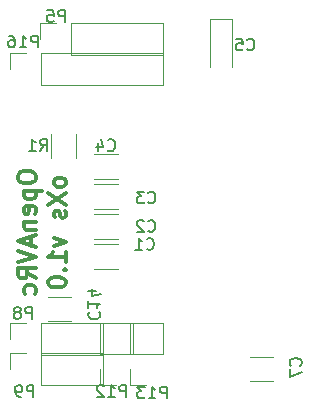
<source format=gbr>
G04 #@! TF.GenerationSoftware,KiCad,Pcbnew,(5.1.5)-3*
G04 #@! TF.CreationDate,2020-06-20T17:54:41+02:00*
G04 #@! TF.ProjectId,openXsensor,6f70656e-5873-4656-9e73-6f722e6b6963,rev?*
G04 #@! TF.SameCoordinates,Original*
G04 #@! TF.FileFunction,Legend,Bot*
G04 #@! TF.FilePolarity,Positive*
%FSLAX46Y46*%
G04 Gerber Fmt 4.6, Leading zero omitted, Abs format (unit mm)*
G04 Created by KiCad (PCBNEW (5.1.5)-3) date 2020-06-20 17:54:41*
%MOMM*%
%LPD*%
G04 APERTURE LIST*
%ADD10C,0.300000*%
%ADD11C,0.120000*%
%ADD12C,0.150000*%
G04 APERTURE END LIST*
D10*
X140270571Y-96651571D02*
X140270571Y-96937285D01*
X140342000Y-97080142D01*
X140484857Y-97223000D01*
X140770571Y-97294428D01*
X141270571Y-97294428D01*
X141556285Y-97223000D01*
X141699142Y-97080142D01*
X141770571Y-96937285D01*
X141770571Y-96651571D01*
X141699142Y-96508714D01*
X141556285Y-96365857D01*
X141270571Y-96294428D01*
X140770571Y-96294428D01*
X140484857Y-96365857D01*
X140342000Y-96508714D01*
X140270571Y-96651571D01*
X140770571Y-97937285D02*
X142270571Y-97937285D01*
X140842000Y-97937285D02*
X140770571Y-98080142D01*
X140770571Y-98365857D01*
X140842000Y-98508714D01*
X140913428Y-98580142D01*
X141056285Y-98651571D01*
X141484857Y-98651571D01*
X141627714Y-98580142D01*
X141699142Y-98508714D01*
X141770571Y-98365857D01*
X141770571Y-98080142D01*
X141699142Y-97937285D01*
X141699142Y-99865857D02*
X141770571Y-99723000D01*
X141770571Y-99437285D01*
X141699142Y-99294428D01*
X141556285Y-99223000D01*
X140984857Y-99223000D01*
X140842000Y-99294428D01*
X140770571Y-99437285D01*
X140770571Y-99723000D01*
X140842000Y-99865857D01*
X140984857Y-99937285D01*
X141127714Y-99937285D01*
X141270571Y-99223000D01*
X140770571Y-100580142D02*
X141770571Y-100580142D01*
X140913428Y-100580142D02*
X140842000Y-100651571D01*
X140770571Y-100794428D01*
X140770571Y-101008714D01*
X140842000Y-101151571D01*
X140984857Y-101223000D01*
X141770571Y-101223000D01*
X141342000Y-101865857D02*
X141342000Y-102580142D01*
X141770571Y-101723000D02*
X140270571Y-102223000D01*
X141770571Y-102723000D01*
X140270571Y-103008714D02*
X141770571Y-103508714D01*
X140270571Y-104008714D01*
X141770571Y-105365857D02*
X141056285Y-104865857D01*
X141770571Y-104508714D02*
X140270571Y-104508714D01*
X140270571Y-105080142D01*
X140342000Y-105223000D01*
X140413428Y-105294428D01*
X140556285Y-105365857D01*
X140770571Y-105365857D01*
X140913428Y-105294428D01*
X140984857Y-105223000D01*
X141056285Y-105080142D01*
X141056285Y-104508714D01*
X141699142Y-106651571D02*
X141770571Y-106508714D01*
X141770571Y-106223000D01*
X141699142Y-106080142D01*
X141627714Y-106008714D01*
X141484857Y-105937285D01*
X141056285Y-105937285D01*
X140913428Y-106008714D01*
X140842000Y-106080142D01*
X140770571Y-106223000D01*
X140770571Y-106508714D01*
X140842000Y-106651571D01*
X144320571Y-97115857D02*
X144249142Y-96973000D01*
X144177714Y-96901571D01*
X144034857Y-96830142D01*
X143606285Y-96830142D01*
X143463428Y-96901571D01*
X143392000Y-96973000D01*
X143320571Y-97115857D01*
X143320571Y-97330142D01*
X143392000Y-97473000D01*
X143463428Y-97544428D01*
X143606285Y-97615857D01*
X144034857Y-97615857D01*
X144177714Y-97544428D01*
X144249142Y-97473000D01*
X144320571Y-97330142D01*
X144320571Y-97115857D01*
X142820571Y-98115857D02*
X144320571Y-99115857D01*
X142820571Y-99115857D02*
X144320571Y-98115857D01*
X144249142Y-99615857D02*
X144320571Y-99758714D01*
X144320571Y-100044428D01*
X144249142Y-100187285D01*
X144106285Y-100258714D01*
X144034857Y-100258714D01*
X143892000Y-100187285D01*
X143820571Y-100044428D01*
X143820571Y-99830142D01*
X143749142Y-99687285D01*
X143606285Y-99615857D01*
X143534857Y-99615857D01*
X143392000Y-99687285D01*
X143320571Y-99830142D01*
X143320571Y-100044428D01*
X143392000Y-100187285D01*
X143320571Y-101901571D02*
X144320571Y-102258714D01*
X143320571Y-102615857D01*
X144320571Y-103973000D02*
X144320571Y-103115857D01*
X144320571Y-103544428D02*
X142820571Y-103544428D01*
X143034857Y-103401571D01*
X143177714Y-103258714D01*
X143249142Y-103115857D01*
X144177714Y-104615857D02*
X144249142Y-104687285D01*
X144320571Y-104615857D01*
X144249142Y-104544428D01*
X144177714Y-104615857D01*
X144320571Y-104615857D01*
X142820571Y-105615857D02*
X142820571Y-105758714D01*
X142892000Y-105901571D01*
X142963428Y-105973000D01*
X143106285Y-106044428D01*
X143392000Y-106115857D01*
X143749142Y-106115857D01*
X144034857Y-106044428D01*
X144177714Y-105973000D01*
X144249142Y-105901571D01*
X144320571Y-105758714D01*
X144320571Y-105615857D01*
X144249142Y-105473000D01*
X144177714Y-105401571D01*
X144034857Y-105330142D01*
X143749142Y-105258714D01*
X143392000Y-105258714D01*
X143106285Y-105330142D01*
X142963428Y-105401571D01*
X142892000Y-105473000D01*
X142820571Y-105615857D01*
D11*
X148725000Y-104525000D02*
X146725000Y-104525000D01*
X146725000Y-102485000D02*
X148725000Y-102485000D01*
X146725000Y-99945000D02*
X148725000Y-99945000D01*
X148725000Y-101985000D02*
X146725000Y-101985000D01*
X148725000Y-99445000D02*
X146725000Y-99445000D01*
X146725000Y-97405000D02*
X148725000Y-97405000D01*
X146725000Y-94865000D02*
X148725000Y-94865000D01*
X148725000Y-96905000D02*
X146725000Y-96905000D01*
X158415000Y-83407500D02*
X158415000Y-87492500D01*
X156545000Y-83407500D02*
X158415000Y-83407500D01*
X156545000Y-87492500D02*
X156545000Y-83407500D01*
X159885000Y-112010000D02*
X161885000Y-112010000D01*
X161885000Y-114050000D02*
X159885000Y-114050000D01*
X144788000Y-108970000D02*
X142788000Y-108970000D01*
X142788000Y-106930000D02*
X144788000Y-106930000D01*
X142120000Y-83700000D02*
X142120000Y-85090000D01*
X143510000Y-83700000D02*
X142120000Y-83700000D01*
X144780000Y-86480000D02*
X144780000Y-83700000D01*
X152520000Y-86480000D02*
X144780000Y-86480000D01*
X152520000Y-83700000D02*
X152520000Y-86480000D01*
X144780000Y-83700000D02*
X152520000Y-83700000D01*
X142240000Y-111640000D02*
X147440000Y-111640000D01*
X147440000Y-111640000D02*
X147440000Y-114420000D01*
X147440000Y-114420000D02*
X142240000Y-114420000D01*
X142240000Y-114420000D02*
X142240000Y-111640000D01*
X140970000Y-111640000D02*
X139580000Y-111640000D01*
X139580000Y-111640000D02*
X139580000Y-113030000D01*
X139580000Y-109100000D02*
X139580000Y-110490000D01*
X140970000Y-109100000D02*
X139580000Y-109100000D01*
X142240000Y-111880000D02*
X142240000Y-109100000D01*
X147440000Y-111880000D02*
X142240000Y-111880000D01*
X147440000Y-109100000D02*
X147440000Y-111880000D01*
X142240000Y-109100000D02*
X147440000Y-109100000D01*
X147200000Y-114420000D02*
X148590000Y-114420000D01*
X147200000Y-113030000D02*
X147200000Y-114420000D01*
X149980000Y-111760000D02*
X147200000Y-111760000D01*
X149980000Y-109100000D02*
X149980000Y-111760000D01*
X147200000Y-109100000D02*
X149980000Y-109100000D01*
X147200000Y-111760000D02*
X147200000Y-109100000D01*
X149740000Y-111760000D02*
X149740000Y-109100000D01*
X149740000Y-109100000D02*
X152520000Y-109100000D01*
X152520000Y-109100000D02*
X152520000Y-111760000D01*
X152520000Y-111760000D02*
X149740000Y-111760000D01*
X149740000Y-113030000D02*
X149740000Y-114420000D01*
X149740000Y-114420000D02*
X151130000Y-114420000D01*
X139580000Y-86240000D02*
X139580000Y-87630000D01*
X140970000Y-86240000D02*
X139580000Y-86240000D01*
X142240000Y-89020000D02*
X142240000Y-86240000D01*
X152520000Y-89020000D02*
X142240000Y-89020000D01*
X152520000Y-86240000D02*
X152520000Y-89020000D01*
X142240000Y-86240000D02*
X152520000Y-86240000D01*
X145215000Y-95160000D02*
X145215000Y-93160000D01*
X143075000Y-93160000D02*
X143075000Y-95160000D01*
D12*
X151169666Y-102846142D02*
X151217285Y-102893761D01*
X151360142Y-102941380D01*
X151455380Y-102941380D01*
X151598238Y-102893761D01*
X151693476Y-102798523D01*
X151741095Y-102703285D01*
X151788714Y-102512809D01*
X151788714Y-102369952D01*
X151741095Y-102179476D01*
X151693476Y-102084238D01*
X151598238Y-101989000D01*
X151455380Y-101941380D01*
X151360142Y-101941380D01*
X151217285Y-101989000D01*
X151169666Y-102036619D01*
X150217285Y-102941380D02*
X150788714Y-102941380D01*
X150503000Y-102941380D02*
X150503000Y-101941380D01*
X150598238Y-102084238D01*
X150693476Y-102179476D01*
X150788714Y-102227095D01*
X151296666Y-101322142D02*
X151344285Y-101369761D01*
X151487142Y-101417380D01*
X151582380Y-101417380D01*
X151725238Y-101369761D01*
X151820476Y-101274523D01*
X151868095Y-101179285D01*
X151915714Y-100988809D01*
X151915714Y-100845952D01*
X151868095Y-100655476D01*
X151820476Y-100560238D01*
X151725238Y-100465000D01*
X151582380Y-100417380D01*
X151487142Y-100417380D01*
X151344285Y-100465000D01*
X151296666Y-100512619D01*
X150915714Y-100512619D02*
X150868095Y-100465000D01*
X150772857Y-100417380D01*
X150534761Y-100417380D01*
X150439523Y-100465000D01*
X150391904Y-100512619D01*
X150344285Y-100607857D01*
X150344285Y-100703095D01*
X150391904Y-100845952D01*
X150963333Y-101417380D01*
X150344285Y-101417380D01*
X151296666Y-98909142D02*
X151344285Y-98956761D01*
X151487142Y-99004380D01*
X151582380Y-99004380D01*
X151725238Y-98956761D01*
X151820476Y-98861523D01*
X151868095Y-98766285D01*
X151915714Y-98575809D01*
X151915714Y-98432952D01*
X151868095Y-98242476D01*
X151820476Y-98147238D01*
X151725238Y-98052000D01*
X151582380Y-98004380D01*
X151487142Y-98004380D01*
X151344285Y-98052000D01*
X151296666Y-98099619D01*
X150963333Y-98004380D02*
X150344285Y-98004380D01*
X150677619Y-98385333D01*
X150534761Y-98385333D01*
X150439523Y-98432952D01*
X150391904Y-98480571D01*
X150344285Y-98575809D01*
X150344285Y-98813904D01*
X150391904Y-98909142D01*
X150439523Y-98956761D01*
X150534761Y-99004380D01*
X150820476Y-99004380D01*
X150915714Y-98956761D01*
X150963333Y-98909142D01*
X147891666Y-94492142D02*
X147939285Y-94539761D01*
X148082142Y-94587380D01*
X148177380Y-94587380D01*
X148320238Y-94539761D01*
X148415476Y-94444523D01*
X148463095Y-94349285D01*
X148510714Y-94158809D01*
X148510714Y-94015952D01*
X148463095Y-93825476D01*
X148415476Y-93730238D01*
X148320238Y-93635000D01*
X148177380Y-93587380D01*
X148082142Y-93587380D01*
X147939285Y-93635000D01*
X147891666Y-93682619D01*
X147034523Y-93920714D02*
X147034523Y-94587380D01*
X147272619Y-93539761D02*
X147510714Y-94254047D01*
X146891666Y-94254047D01*
X159678666Y-85955142D02*
X159726285Y-86002761D01*
X159869142Y-86050380D01*
X159964380Y-86050380D01*
X160107238Y-86002761D01*
X160202476Y-85907523D01*
X160250095Y-85812285D01*
X160297714Y-85621809D01*
X160297714Y-85478952D01*
X160250095Y-85288476D01*
X160202476Y-85193238D01*
X160107238Y-85098000D01*
X159964380Y-85050380D01*
X159869142Y-85050380D01*
X159726285Y-85098000D01*
X159678666Y-85145619D01*
X158773904Y-85050380D02*
X159250095Y-85050380D01*
X159297714Y-85526571D01*
X159250095Y-85478952D01*
X159154857Y-85431333D01*
X158916761Y-85431333D01*
X158821523Y-85478952D01*
X158773904Y-85526571D01*
X158726285Y-85621809D01*
X158726285Y-85859904D01*
X158773904Y-85955142D01*
X158821523Y-86002761D01*
X158916761Y-86050380D01*
X159154857Y-86050380D01*
X159250095Y-86002761D01*
X159297714Y-85955142D01*
X164187142Y-112736333D02*
X164234761Y-112688714D01*
X164282380Y-112545857D01*
X164282380Y-112450619D01*
X164234761Y-112307761D01*
X164139523Y-112212523D01*
X164044285Y-112164904D01*
X163853809Y-112117285D01*
X163710952Y-112117285D01*
X163520476Y-112164904D01*
X163425238Y-112212523D01*
X163330000Y-112307761D01*
X163282380Y-112450619D01*
X163282380Y-112545857D01*
X163330000Y-112688714D01*
X163377619Y-112736333D01*
X163282380Y-113069666D02*
X163282380Y-113736333D01*
X164282380Y-113307761D01*
X146327857Y-108211857D02*
X146280238Y-108259476D01*
X146232619Y-108402333D01*
X146232619Y-108497571D01*
X146280238Y-108640428D01*
X146375476Y-108735666D01*
X146470714Y-108783285D01*
X146661190Y-108830904D01*
X146804047Y-108830904D01*
X146994523Y-108783285D01*
X147089761Y-108735666D01*
X147185000Y-108640428D01*
X147232619Y-108497571D01*
X147232619Y-108402333D01*
X147185000Y-108259476D01*
X147137380Y-108211857D01*
X146232619Y-107259476D02*
X146232619Y-107830904D01*
X146232619Y-107545190D02*
X147232619Y-107545190D01*
X147089761Y-107640428D01*
X146994523Y-107735666D01*
X146946904Y-107830904D01*
X146899285Y-106402333D02*
X146232619Y-106402333D01*
X147280238Y-106640428D02*
X146565952Y-106878523D01*
X146565952Y-106259476D01*
X144248095Y-83637380D02*
X144248095Y-82637380D01*
X143867142Y-82637380D01*
X143771904Y-82685000D01*
X143724285Y-82732619D01*
X143676666Y-82827857D01*
X143676666Y-82970714D01*
X143724285Y-83065952D01*
X143771904Y-83113571D01*
X143867142Y-83161190D01*
X144248095Y-83161190D01*
X142771904Y-82637380D02*
X143248095Y-82637380D01*
X143295714Y-83113571D01*
X143248095Y-83065952D01*
X143152857Y-83018333D01*
X142914761Y-83018333D01*
X142819523Y-83065952D01*
X142771904Y-83113571D01*
X142724285Y-83208809D01*
X142724285Y-83446904D01*
X142771904Y-83542142D01*
X142819523Y-83589761D01*
X142914761Y-83637380D01*
X143152857Y-83637380D01*
X143248095Y-83589761D01*
X143295714Y-83542142D01*
X141454095Y-108783380D02*
X141454095Y-107783380D01*
X141073142Y-107783380D01*
X140977904Y-107831000D01*
X140930285Y-107878619D01*
X140882666Y-107973857D01*
X140882666Y-108116714D01*
X140930285Y-108211952D01*
X140977904Y-108259571D01*
X141073142Y-108307190D01*
X141454095Y-108307190D01*
X140311238Y-108211952D02*
X140406476Y-108164333D01*
X140454095Y-108116714D01*
X140501714Y-108021476D01*
X140501714Y-107973857D01*
X140454095Y-107878619D01*
X140406476Y-107831000D01*
X140311238Y-107783380D01*
X140120761Y-107783380D01*
X140025523Y-107831000D01*
X139977904Y-107878619D01*
X139930285Y-107973857D01*
X139930285Y-108021476D01*
X139977904Y-108116714D01*
X140025523Y-108164333D01*
X140120761Y-108211952D01*
X140311238Y-108211952D01*
X140406476Y-108259571D01*
X140454095Y-108307190D01*
X140501714Y-108402428D01*
X140501714Y-108592904D01*
X140454095Y-108688142D01*
X140406476Y-108735761D01*
X140311238Y-108783380D01*
X140120761Y-108783380D01*
X140025523Y-108735761D01*
X139977904Y-108688142D01*
X139930285Y-108592904D01*
X139930285Y-108402428D01*
X139977904Y-108307190D01*
X140025523Y-108259571D01*
X140120761Y-108211952D01*
X141581095Y-115387380D02*
X141581095Y-114387380D01*
X141200142Y-114387380D01*
X141104904Y-114435000D01*
X141057285Y-114482619D01*
X141009666Y-114577857D01*
X141009666Y-114720714D01*
X141057285Y-114815952D01*
X141104904Y-114863571D01*
X141200142Y-114911190D01*
X141581095Y-114911190D01*
X140533476Y-115387380D02*
X140343000Y-115387380D01*
X140247761Y-115339761D01*
X140200142Y-115292142D01*
X140104904Y-115149285D01*
X140057285Y-114958809D01*
X140057285Y-114577857D01*
X140104904Y-114482619D01*
X140152523Y-114435000D01*
X140247761Y-114387380D01*
X140438238Y-114387380D01*
X140533476Y-114435000D01*
X140581095Y-114482619D01*
X140628714Y-114577857D01*
X140628714Y-114815952D01*
X140581095Y-114911190D01*
X140533476Y-114958809D01*
X140438238Y-115006428D01*
X140247761Y-115006428D01*
X140152523Y-114958809D01*
X140104904Y-114911190D01*
X140057285Y-114815952D01*
X149423285Y-115387380D02*
X149423285Y-114387380D01*
X149042333Y-114387380D01*
X148947095Y-114435000D01*
X148899476Y-114482619D01*
X148851857Y-114577857D01*
X148851857Y-114720714D01*
X148899476Y-114815952D01*
X148947095Y-114863571D01*
X149042333Y-114911190D01*
X149423285Y-114911190D01*
X147899476Y-115387380D02*
X148470904Y-115387380D01*
X148185190Y-115387380D02*
X148185190Y-114387380D01*
X148280428Y-114530238D01*
X148375666Y-114625476D01*
X148470904Y-114673095D01*
X147518523Y-114482619D02*
X147470904Y-114435000D01*
X147375666Y-114387380D01*
X147137571Y-114387380D01*
X147042333Y-114435000D01*
X146994714Y-114482619D01*
X146947095Y-114577857D01*
X146947095Y-114673095D01*
X146994714Y-114815952D01*
X147566142Y-115387380D01*
X146947095Y-115387380D01*
X152852285Y-115514380D02*
X152852285Y-114514380D01*
X152471333Y-114514380D01*
X152376095Y-114562000D01*
X152328476Y-114609619D01*
X152280857Y-114704857D01*
X152280857Y-114847714D01*
X152328476Y-114942952D01*
X152376095Y-114990571D01*
X152471333Y-115038190D01*
X152852285Y-115038190D01*
X151328476Y-115514380D02*
X151899904Y-115514380D01*
X151614190Y-115514380D02*
X151614190Y-114514380D01*
X151709428Y-114657238D01*
X151804666Y-114752476D01*
X151899904Y-114800095D01*
X150995142Y-114514380D02*
X150376095Y-114514380D01*
X150709428Y-114895333D01*
X150566571Y-114895333D01*
X150471333Y-114942952D01*
X150423714Y-114990571D01*
X150376095Y-115085809D01*
X150376095Y-115323904D01*
X150423714Y-115419142D01*
X150471333Y-115466761D01*
X150566571Y-115514380D01*
X150852285Y-115514380D01*
X150947523Y-115466761D01*
X150995142Y-115419142D01*
X141930285Y-85796380D02*
X141930285Y-84796380D01*
X141549333Y-84796380D01*
X141454095Y-84844000D01*
X141406476Y-84891619D01*
X141358857Y-84986857D01*
X141358857Y-85129714D01*
X141406476Y-85224952D01*
X141454095Y-85272571D01*
X141549333Y-85320190D01*
X141930285Y-85320190D01*
X140406476Y-85796380D02*
X140977904Y-85796380D01*
X140692190Y-85796380D02*
X140692190Y-84796380D01*
X140787428Y-84939238D01*
X140882666Y-85034476D01*
X140977904Y-85082095D01*
X139549333Y-84796380D02*
X139739809Y-84796380D01*
X139835047Y-84844000D01*
X139882666Y-84891619D01*
X139977904Y-85034476D01*
X140025523Y-85224952D01*
X140025523Y-85605904D01*
X139977904Y-85701142D01*
X139930285Y-85748761D01*
X139835047Y-85796380D01*
X139644571Y-85796380D01*
X139549333Y-85748761D01*
X139501714Y-85701142D01*
X139454095Y-85605904D01*
X139454095Y-85367809D01*
X139501714Y-85272571D01*
X139549333Y-85224952D01*
X139644571Y-85177333D01*
X139835047Y-85177333D01*
X139930285Y-85224952D01*
X139977904Y-85272571D01*
X140025523Y-85367809D01*
X142152666Y-94559380D02*
X142486000Y-94083190D01*
X142724095Y-94559380D02*
X142724095Y-93559380D01*
X142343142Y-93559380D01*
X142247904Y-93607000D01*
X142200285Y-93654619D01*
X142152666Y-93749857D01*
X142152666Y-93892714D01*
X142200285Y-93987952D01*
X142247904Y-94035571D01*
X142343142Y-94083190D01*
X142724095Y-94083190D01*
X141200285Y-94559380D02*
X141771714Y-94559380D01*
X141486000Y-94559380D02*
X141486000Y-93559380D01*
X141581238Y-93702238D01*
X141676476Y-93797476D01*
X141771714Y-93845095D01*
M02*

</source>
